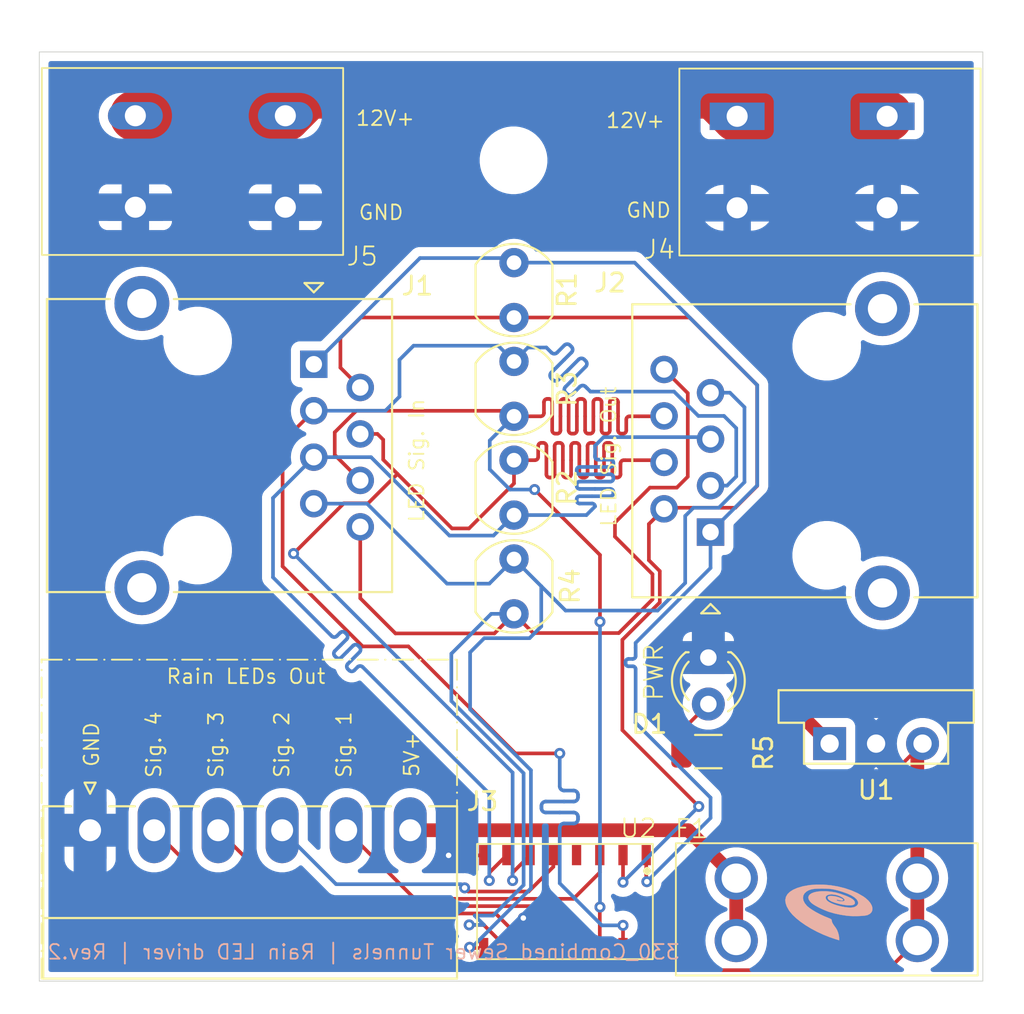
<source format=kicad_pcb>
(kicad_pcb (version 20240108) (generator "pcbnew") (generator_version "8.0")
  (layers (0 "F.Cu" signal) (31 "B.Cu" signal) (34 "B.Paste" user) (35 "F.Paste" user) (36 "B.SilkS" user "B.Silkscreen") (37 "F.SilkS" user "F.Silkscreen") (38 "B.Mask" user) (39 "F.Mask" user) (44 "Edge.Cuts" user))
  (net 0 "")
  (net 1 "+12V")
  (net 2 "GND")
  (net 3 "+5V")
  (net 4 "/Br-")
  (net 5 "/Br+")
  (net 6 "/G-")
  (net 7 "/G+")
  (net 8 "/O+")
  (net 9 "/O-")
  (net 10 "/Bl-")
  (net 11 "/Bl+")
  (net 13 "Net-(J3-Pin_2)")
  (net 14 "Net-(J3-Pin_4)")
  (net 15 "Net-(J3-Pin_5)")
  (net 16 "Net-(J3-Pin_3)")
  (net 17 "Net-(D1-A)")
  (net 18 "Net-(J3-Pin_6)")
  (footprint "SMM:DS26C31TMX" (layer "F.Cu") (at 156.33 109.39 -90)
    (property "Reference" "U2")
    (property "Value" "~" (hide yes))
  )
  (footprint "Connector_RJ:RJ45_Ninigi_GE" (layer "F.Cu") (at 159.845 91.73 90)
    (property "Reference" "J2")
    (property "Value" "RJ45")
  )
  (footprint "Converter_DCDC:Converter_DCDC_Murata_OKI-78SR_Vertical" (layer "F.Cu") (at 166.355 103.295)
    (property "Reference" "U1")
    (property "Value" "OKI-78SR")
  )
  (footprint "SMM:TerminalBlock_Wago_2x1_2604_1102" (layer "F.Cu") (at 169.5 69 -90)
    (property "Reference" "J4")
    (property "Value" "Screw_Terminal_01x02")
  )
  (footprint "OptoDevice:R_LDR_5.0x4.1mm_P3mm_Vertical" (layer "F.Cu") (at 149.1 77 -90)
    (property "Reference" "R1")
    (property "Value" "120")
  )
  (footprint "LED_THT:LED_D3.0mm" (layer "F.Cu") (at 159.725 98.59 -90)
    (property "Reference" "D1")
    (property "Value" "LED")
  )
  (footprint "MountingHole:MountingHole_3.2mm_M3" (layer "F.Cu") (at 149.075 71.405)
    (property "Reference" "REF**" (hide yes))
    (property "Value" "MountingHole_3.2mm_M3")
  )
  (footprint "MountingHole:MountingHole_3.2mm_M3" (layer "F.Cu") (at 149.2 101.03)
    (property "Reference" "REF**" (hide yes))
    (property "Value" "MountingHole_3.2mm_M3")
  )
  (footprint "OptoDevice:R_LDR_5.0x4.1mm_P3mm_Vertical" (layer "F.Cu") (at 149.1 96.2 90)
    (property "Reference" "R4")
    (property "Value" "120")
  )
  (footprint "SMM:TerminalBlock_Wago_2x1_2604_1102" (layer "F.Cu") (at 128.4 73.97 90)
    (property "Reference" "J5")
    (property "Value" "Screw_Terminal_01x02")
  )
  (footprint "OptoDevice:R_LDR_5.0x4.1mm_P3mm_Vertical" (layer "F.Cu") (at 149.1 82.4 -90)
    (property "Reference" "R3")
    (property "Value" "120")
  )
  (footprint "SMM:Mini Fuse Holder" (layer "F.Cu") (at 174.2 108.99 180)
    (property "Reference" "F1")
    (property "Value" "Fuse")
  )
  (footprint "Connector_Phoenix_MC:PhoenixContact_MC_1,5_6-G-3.5_1x06_P3.50mm_Horizontal" (layer "F.Cu") (at 125.925 108.03)
    (property "Reference" "J3")
    (property "Value" "Conn_01x06_MountingPin")
  )
  (footprint "SMM:smm-spiral-05mm-Back" (layer "F.Cu") (at 166.4 111.93)
    (property "Reference" "REF**" (hide yes))
    (property "Value" "smm-spiral-05mm-Back")
  )
  (footprint "Resistor_SMD:R_1206_3216Metric" (layer "F.Cu") (at 159.725 103.73 180)
    (property "Reference" "R5")
    (property "Value" "120")
  )
  (footprint "OptoDevice:R_LDR_5.0x4.1mm_P3mm_Vertical" (layer "F.Cu") (at 149.1 87.8 -90)
    (property "Reference" "R2")
    (property "Value" "120")
  )
  (footprint "Connector_RJ:RJ45_Ninigi_GE" (layer "F.Cu") (at 138.155 82.555 -90)
    (property "Reference" "J1")
    (property "Value" "RJ45")
  )
  (gr_rect (start 123.275 98.705) (end 145.985 116.14) (stroke (width 0.1) (type dash_dot)) (fill none) (layer "F.SilkS"))
  (gr_rect (start 123.15 65.48) (end 174.73 116.28) (stroke (width 0.05)) (fill none) (layer "Edge.Cuts"))
  (gr_text "330_Combined Sewer Tunnels | Rain LED driver | Rev.2" (at 140.875 115.155 0) (layer "B.SilkS") (effects (font (size 0.8 0.8) (thickness 0.1)) (justify bottom mirror)))
  (gr_text "Sig. 3" (at 133.275 105.23 90) (layer "F.SilkS") (effects (font (size 0.8 0.8) (thickness 0.1)) (justify left bottom)))
  (gr_text "GND" (at 140.55 74.725 0) (layer "F.SilkS") (effects (font (size 0.8 0.8) (thickness 0.1)) (justify left bottom)))
  (gr_text "Sig. 2" (at 136.875 105.23 90) (layer "F.SilkS") (effects (font (size 0.8 0.8) (thickness 0.1)) (justify left bottom)))
  (gr_text "PWR" (at 157.325 101.03 90) (layer "F.SilkS") (effects (font (size 1 1) (thickness 0.1)) (justify left bottom)))
  (gr_text "12V+" (at 154.075 69.7 0) (layer "F.SilkS") (effects (font (size 0.8 0.8) (thickness 0.1)) (justify left bottom)))
  (gr_text "GND" (at 126.475 104.63 90) (layer "F.SilkS") (effects (font (size 0.8 0.8) (thickness 0.1)) (justify left bottom)))
  (gr_text "12V+" (at 140.4 69.575 0) (layer "F.SilkS") (effects (font (size 0.8 0.8) (thickness 0.1)) (justify left bottom)))
  (gr_text "Sig. 1" (at 140.275 105.23 90) (layer "F.SilkS") (effects (font (size 0.8 0.8) (thickness 0.1)) (justify left bottom)))
  (gr_text "." (at 155.825 110.53 0) (layer "F.SilkS") (effects (font (size 1.5 1.5) (thickness 0.3) (bold yes)) (justify left bottom)))
  (gr_text "Sig. 4" (at 129.875 105.23 90) (layer "F.SilkS") (effects (font (size 0.8 0.8) (thickness 0.1)) (justify left bottom)))
  (gr_text "LED Sig. In" (at 144.25 91.25 90) (layer "F.SilkS") (effects (font (size 0.8 0.8) (thickness 0.1)) (justify left bottom)))
  (gr_text "GND" (at 155.175 74.605 0) (layer "F.SilkS") (effects (font (size 0.8 0.8) (thickness 0.1)) (justify left bottom)))
  (gr_text "LED Sig. Out" (at 154.75 91.5 90) (layer "F.SilkS") (effects (font (size 0.8 0.8) (thickness 0.1)) (justify left bottom)))
  (gr_text "Rain LEDs Out" (at 134.4435 100.0865 0) (layer "F.SilkS") (effects (font (size 0.8 0.8) (thickness 0.1)) (justify bottom)))
  (gr_text "5V+" (at 143.975 105.18 90) (layer "F.SilkS") (effects (font (size 0.8 0.8) (thickness 0.1)) (justify left bottom)))
  (segment (start 136.6 68.97) (end 137.84 67.73) (width 2.794) (layer "F.Cu") (net 1))
  (segment (start 128.4 68.97) (end 136.6 68.97) (width 2.794) (layer "F.Cu") (net 1))
  (segment (start 163.575 74.925) (end 169.5 69) (width 0.75) (layer "F.Cu") (net 1))
  (segment (start 137.84 67.73) (end 160.03 67.73) (width 2.794) (layer "F.Cu") (net 1))
  (segment (start 166.355 103.295) (end 163.575 100.515) (width 0.75) (layer "F.Cu") (net 1))
  (segment (start 161.3 69) (end 169.5 69) (width 2.794) (layer "F.Cu") (net 1))
  (segment (start 160.03 67.73) (end 161.3 69) (width 2.794) (layer "F.Cu") (net 1))
  (segment (start 163.575 100.515) (end 163.575 74.925) (width 0.75) (layer "F.Cu") (net 1))
  (segment (start 147.425 109.405) (end 147.44 109.39) (width 0.2) (layer "F.Cu") (net 2))
  (segment (start 145.525 109.405) (end 147.425 109.405) (width 0.2) (layer "F.Cu") (net 2))
  (segment (start 149.61 112.83) (end 151.25 114.47) (width 0.2) (layer "F.Cu") (net 2))
  (via (at 145.525 109.405) (size 0.6) (drill 0.3) (layers "F.Cu" "B.Cu") (net 2))
  (via (at 149.61 112.83) (size 0.6) (drill 0.3) (layers "F.Cu" "B.Cu") (net 2))
  (segment (start 169.775 104.955) (end 171.435 103.295) (width 0.2) (layer "F.Cu") (net 3))
  (segment (start 169.53 115.68) (end 171.15 114.06) (width 0.2) (layer "F.Cu") (net 3))
  (segment (start 156.33 114.47) (end 157.54 115.68) (width 0.2) (layer "F.Cu") (net 3))
  (segment (start 162.4125 104.955) (end 169.775 104.955) (width 0.2) (layer "F.Cu") (net 3))
  (segment (start 171.15 114.06) (end 171.15 110.65) (width 0.75) (layer "F.Cu") (net 3))
  (segment (start 171.15 103.58) (end 171.435 103.295) (width 0.75) (layer "F.Cu") (net 3))
  (segment (start 157.54 115.68) (end 169.53 115.68) (width 0.2) (layer "F.Cu") (net 3))
  (segment (start 161.1875 103.73) (end 162.4125 104.955) (width 0.2) (layer "F.Cu") (net 3))
  (segment (start 171.15 110.65) (end 171.15 103.58) (width 0.75) (layer "F.Cu") (net 3))
  (segment (start 146.715 114.47) (end 147.44 114.47) (width 0.2) (layer "F.Cu") (net 4))
  (segment (start 146.675 114.43) (end 146.715 114.47) (width 0.2) (layer "F.Cu") (net 4))
  (via (at 146.675 114.43) (size 0.6) (drill 0.3) (layers "F.Cu" "B.Cu") (net 4))
  (segment (start 161.7 84.90434) (end 160.90566 84.11) (width 0.2) (layer "B.Cu") (net 4))
  (segment (start 156.95 96.02) (end 158.46 94.51) (width 0.2) (layer "B.Cu") (net 4))
  (segment (start 158.91 90.4) (end 160.3 90.4) (width 0.2) (layer "B.Cu") (net 4))
  (segment (start 150.59 96.89) (end 150.59 94.69) (width 0.2) (layer "B.Cu") (net 4))
  (segment (start 138.155 90.175) (end 141.065 90.175) (width 0.2) (layer "B.Cu") (net 4))
  (segment (start 149.1 93.2) (end 150.59 94.69) (width 0.2) (layer "B.Cu") (net 4))
  (segment (start 160.3 90.4) (end 161.7 89) (width 0.2) (layer "B.Cu") (net 4))
  (segment (start 146.8 114.43) (end 150.025 111.205) (width 0.2) (layer "B.Cu") (net 4))
  (segment (start 160.90566 84.11) (end 159.845 84.11) (width 0.2) (layer "B.Cu") (net 4))
  (segment (start 158.46 94.51) (end 158.46 90.85) (width 0.2) (layer "B.Cu") (net 4))
  (segment (start 150.59 94.69) (end 151.92 96.02) (width 0.2) (layer "B.Cu") (net 4))
  (segment (start 150.025 111.205) (end 150.025 104.748628) (width 0.2) (layer "B.Cu") (net 4))
  (segment (start 147.475 97.53) (end 149.95 97.53) (width 0.2) (layer "B.Cu") (net 4))
  (segment (start 158.46 90.85) (end 158.91 90.4) (width 0.2) (layer "B.Cu") (net 4))
  (segment (start 161.7 89) (end 161.7 84.90434) (width 0.2) (layer "B.Cu") (net 4))
  (segment (start 141.065 90.175) (end 145.44 94.55) (width 0.2) (layer "B.Cu") (net 4))
  (segment (start 146.7 101.423628) (end 146.7 98.305) (width 0.2) (layer "B.Cu") (net 4))
  (segment (start 145.44 94.55) (end 147.75 94.55) (width 0.2) (layer "B.Cu") (net 4))
  (segment (start 151.92 96.02) (end 156.95 96.02) (width 0.2) (layer "B.Cu") (net 4))
  (segment (start 149.95 97.53) (end 150.59 96.89) (width 0.2) (layer "B.Cu") (net 4))
  (segment (start 146.7 98.305) (end 147.475 97.53) (width 0.2) (layer "B.Cu") (net 4))
  (segment (start 150.025 104.748628) (end 146.7 101.423628) (width 0.2) (layer "B.Cu") (net 4))
  (segment (start 146.675 114.43) (end 146.8 114.43) (width 0.2) (layer "B.Cu") (net 4))
  (segment (start 147.75 94.55) (end 149.1 93.2) (width 0.2) (layer "B.Cu") (net 4))
  (segment (start 140.695 91.445) (end 140.695 95.345) (width 0.2) (layer "F.Cu") (net 5))
  (segment (start 150.15 97.25) (end 149.1 96.2) (width 0.2) (layer "F.Cu") (net 5))
  (segment (start 158.6 84.135) (end 158.6 88.7) (width 0.2) (layer "F.Cu") (net 5))
  (segment (start 140.695 95.345) (end 142.62 97.27) (width 0.2) (layer "F.Cu") (net 5))
  (segment (start 156.67 95.41) (end 154.83 97.25) (width 0.2) (layer "F.Cu") (net 5))
  (segment (start 148.71 114.47) (end 147.445 113.205) (width 0.2) (layer "F.Cu") (net 5))
  (segment (start 142.62 97.27) (end 148.03 97.27) (width 0.2) (layer "F.Cu") (net 5))
  (segment (start 158 89.3) (end 156.53 89.3) (width 0.2) (layer "F.Cu") (net 5))
  (segment (start 157.305 82.84) (end 158.6 84.135) (width 0.2) (layer "F.Cu") (net 5))
  (segment (start 148.03 97.27) (end 149.1 96.2) (width 0.2) (layer "F.Cu") (net 5))
  (segment (start 156.67 94.03) (end 156.67 95.41) (width 0.2) (layer "F.Cu") (net 5))
  (segment (start 156.53 89.3) (end 154.62 91.21) (width 0.2) (layer "F.Cu") (net 5))
  (segment (start 147.445 113.205) (end 146.65 113.205) (width 0.2) (layer "F.Cu") (net 5))
  (segment (start 154.83 97.25) (end 150.15 97.25) (width 0.2) (layer "F.Cu") (net 5))
  (segment (start 158.6 88.7) (end 158 89.3) (width 0.2) (layer "F.Cu") (net 5))
  (segment (start 154.62 91.98) (end 156.67 94.03) (width 0.2) (layer "F.Cu") (net 5))
  (segment (start 154.62 91.21) (end 154.62 91.98) (width 0.2) (layer "F.Cu") (net 5))
  (via (at 146.65 113.205) (size 0.6) (drill 0.3) (layers "F.Cu" "B.Cu") (net 5))
  (segment (start 145.675 100.964314) (end 145.675 98.38) (width 0.2) (layer "B.Cu") (net 5))
  (segment (start 146.95 112.695686) (end 147.957843 112.695686) (width 0.2) (layer "B.Cu") (net 5))
  (segment (start 149.625 111.028529) (end 149.625 104.914314) (width 0.2) (layer "B.Cu") (net 5))
  (segment (start 149.625 104.914314) (end 145.675 100.964314) (width 0.2) (layer "B.Cu") (net 5))
  (segment (start 147.957843 112.695686) (end 149.625 111.028529) (width 0.2) (layer "B.Cu") (net 5))
  (segment (start 147.459314 113.205) (end 146.95 112.695686) (width 0.2) (layer "B.Cu") (net 5))
  (segment (start 146.65 113.205) (end 147.459314 113.205) (width 0.2) (layer "B.Cu") (net 5))
  (segment (start 147.855 96.2) (end 149.1 96.2) (width 0.2) (layer "B.Cu") (net 5))
  (segment (start 145.675 98.38) (end 147.855 96.2) (width 0.2) (layer "B.Cu") (net 5))
  (segment (start 156.3625 110.8425) (end 156.33 110.81) (width 0.2) (layer "F.Cu") (net 6))
  (segment (start 156.33 110.81) (end 156.33 109.39) (width 0.2) (layer "F.Cu") (net 6))
  (via (at 156.3625 110.8425) (size 0.6) (drill 0.3) (layers "F.Cu" "B.Cu") (net 6))
  (segment (start 162.4 89.175) (end 159.845 91.73) (width 0.2) (layer "B.Cu") (net 6))
  (segment (start 155.59 99.065681) (end 155.36 99.065681) (width 0.2) (layer "B.Cu") (net 6))
  (segment (start 159.845 107.36) (end 159.845 106.25) (width 0.2) (layer "B.Cu") (net 6))
  (segment (start 155.36 98.665681) (end 155.59 98.665681) (width 0.2) (layer "B.Cu") (net 6))
  (segment (start 155.75 98.505681) (end 155.75 98.425681) (width 0.2) (layer "B.Cu") (net 6))
  (segment (start 155.75 98.425681) (end 155.75 98.047603) (width 0.2) (layer "B.Cu") (net 6))
  (segment (start 159.845 93.690685) (end 159.845 91.73) (width 0.2) (layer "B.Cu") (net 6))
  (segment (start 155.2 98.905681) (end 155.2 98.825681) (width 0.2) (layer "B.Cu") (net 6))
  (segment (start 149.1 77) (end 155.7 77) (width 0.2) (layer "B.Cu") (net 6))
  (segment (start 162.4 83.7) (end 162.4 89.175) (width 0.2) (layer "B.Cu") (net 6))
  (segment (start 149.1 77) (end 148.85 76.75) (width 0.2) (layer "B.Cu") (net 6))
  (segment (start 155.75 102.155) (end 155.75 99.225681) (width 0.2) (layer "B.Cu") (net 6))
  (segment (start 159.845 106.25) (end 155.75 102.155) (width 0.2) (layer "B.Cu") (net 6))
  (segment (start 155.75 98.047603) (end 155.75 97.785685) (width 0.2) (layer "B.Cu") (net 6))
  (segment (start 156.3625 110.8425) (end 159.845 107.36) (width 0.2) (layer "B.Cu") (net 6))
  (segment (start 148.85 76.75) (end 143.96 76.75) (width 0.2) (layer "B.Cu") (net 6))
  (segment (start 155.75 97.785685) (end 159.845 93.690685) (width 0.2) (layer "B.Cu") (net 6))
  (segment (start 143.96 76.75) (end 138.155 82.555) (width 0.2) (layer "B.Cu") (net 6))
  (segment (start 155.7 77) (end 162.4 83.7) (width 0.2) (layer "B.Cu") (net 6))
  (arc (start 155.59 98.665681) (mid 155.703137 98.618818) (end 155.75 98.505681) (width 0.2) (layer "B.Cu") (net 6))
  (arc (start 155.75 99.225681) (mid 155.703137 99.112544) (end 155.59 99.065681) (width 0.2) (layer "B.Cu") (net 6))
  (arc (start 155.2 98.825681) (mid 155.246863 98.712544) (end 155.36 98.665681) (width 0.2) (layer "B.Cu") (net 6))
  (arc (start 155.36 99.065681) (mid 155.246863 99.018818) (end 155.2 98.905681) (width 0.2) (layer "B.Cu") (net 6))
  (segment (start 159.2 106.73) (end 155.025 102.555) (width 0.2) (layer "F.Cu") (net 7))
  (segment (start 157.07 93.864314) (end 156.475 93.269314) (width 0.2) (layer "F.Cu") (net 7))
  (segment (start 140.72 80) (end 139.61 81.11) (width 0.2) (layer "F.Cu") (net 7))
  (segment (start 156.475 91.29) (end 157.305 90.46) (width 0.2) (layer "F.Cu") (net 7))
  (segment (start 155.025 97.620686) (end 157.07 95.575686) (width 0.2) (layer "F.Cu") (net 7))
  (segment (start 157.07 95.575686) (end 157.07 93.864314) (width 0.2) (layer "F.Cu") (net 7))
  (segment (start 139.61 81.11) (end 139.61 82.74) (width 0.2) (layer "F.Cu") (net 7))
  (segment (start 158.7 80) (end 162.39 83.69) (width 0.2) (layer "F.Cu") (net 7))
  (segment (start 155.025 102.555) (end 155.025 97.620686) (width 0.2) (layer "F.Cu") (net 7))
  (segment (start 149.1 80) (end 140.72 80) (width 0.2) (layer "F.Cu") (net 7))
  (segment (start 155.06 110.87) (end 155.06 109.39) (width 0.2) (layer "F.Cu") (net 7))
  (segment (start 162.39 89.21) (end 161.2 90.4) (width 0.2) (layer "F.Cu") (net 7))
  (segment (start 161.2 90.4) (end 157.365 90.4) (width 0.2) (layer "F.Cu") (net 7))
  (segment (start 149.1 80) (end 158.7 80) (width 0.2) (layer "F.Cu") (net 7))
  (segment (start 157.365 90.4) (end 157.305 90.46) (width 0.2) (layer "F.Cu") (net 7))
  (segment (start 156.475 93.269314) (end 156.475 91.29) (width 0.2) (layer "F.Cu") (net 7))
  (segment (start 162.39 83.69) (end 162.39 89.21) (width 0.2) (layer "F.Cu") (net 7))
  (segment (start 139.61 82.74) (end 140.695 83.825) (width 0.2) (layer "F.Cu") (net 7))
  (via (at 155.06 110.87) (size 0.6) (drill 0.3) (layers "F.Cu" "B.Cu") (net 7))
  (via (at 159.2 106.73) (size 0.6) (drill 0.3) (layers "F.Cu" "B.Cu") (net 7))
  (segment (start 159.2 106.73) (end 155.06 110.87) (width 0.2) (layer "B.Cu") (net 7))
  (segment (start 154.787838 84.63) (end 154.787838 85.4) (width 0.2) (layer "F.Cu") (net 8))
  (segment (start 151.367838 86.35) (end 151.457838 86.35) (width 0.2) (layer "F.Cu") (net 8))
  (segment (start 151.187838 85.22) (end 151.187838 86.17) (width 0.2) (layer "F.Cu") (net 8))
  (segment (start 151.187838 84.63) (end 151.187838 85.22) (width 0.2) (layer "F.Cu") (net 8))
  (segment (start 157.285 85.4) (end 157.305 85.38) (width 0.2) (layer "F.Cu") (net 8))
  (segment (start 155.237838 86.17) (end 155.237838 85.58) (width 0.2) (layer "F.Cu") (net 8))
  (segment (start 154.337838 86.17) (end 154.337838 85.4) (width 0.2) (layer "F.Cu") (net 8))
  (segment (start 153.8 112.23) (end 153.79 112.24) (width 0.2) (layer "F.Cu") (net 8))
  (segment (start 155.417838 85.4) (end 155.507838 85.4) (width 0.2) (layer "F.Cu") (net 8))
  (segment (start 155.507838 85.4) (end 155.932054 85.4) (width 0.2) (layer "F.Cu") (net 8))
  (segment (start 153.79 112.24) (end 153.79 114.47) (width 0.2) (layer "F.Cu") (net 8))
  (segment (start 150.917838 84.45) (end 151.007838 84.45) (width 0.2) (layer "F.Cu") (net 8))
  (segment (start 150.737838 85.22) (end 150.737838 84.63) (width 0.2) (layer "F.Cu") (net 8))
  (segment (start 154.967838 86.35) (end 155.057838 86.35) (width 0.2) (layer "F.Cu") (net 8))
  (segment (start 152.537838 85.4) (end 152.537838 84.63) (width 0.2) (layer "F.Cu") (net 8))
  (segment (start 152.537838 86.17) (end 152.537838 85.4) (width 0.2) (layer "F.Cu") (net 8))
  (segment (start 148.8 85.1) (end 149.1 85.4) (width 0.2) (layer "F.Cu") (net 8))
  (segment (start 155.932054 85.4) (end 157.285 85.4) (width 0.2) (layer "F.Cu") (net 8))
  (segment (start 140.475075 85.1) (end 148.8 85.1) (width 0.2) (layer "F.Cu") (net 8))
  (segment (start 154.067838 86.35) (end 154.157838 86.35) (width 0.2) (layer "F.Cu") (net 8))
  (segment (start 149.1 85.4) (end 150.557838 85.4) (width 0.2) (layer "F.Cu") (net 8))
  (segment (start 154.787838 85.4) (end 154.787838 86.17) (width 0.2) (layer "F.Cu") (net 8))
  (segment (start 140.695 88.905) (end 139.3 87.51) (width 0.2) (layer "F.Cu") (net 8))
  (segment (start 153.887838 84.63) (end 153.887838 85.4) (width 0.2) (layer "F.Cu") (net 8))
  (segment (start 153.8 96.63) (end 153.8 92.98) (width 0.2) (layer "F.Cu") (net 8))
  (segment (start 152.267838 86.35) (end 152.357838 86.35) (width 0.2) (layer "F.Cu") (net 8))
  (segment (start 154.337838 85.4) (end 154.337838 84.63) (width 0.2) (layer "F.Cu") (net 8))
  (segment (start 153.167838 86.35) (end 153.257838 86.35) (width 0.2) (layer "F.Cu") (net 8))
  (segment (start 151.637838 86.17) (end 151.637838 85.4) (width 0.2) (layer "F.Cu") (net 8))
  (segment (start 152.987838 85.4) (end 152.987838 86.17) (width 0.2) (layer "F.Cu") (net 8))
  (segment (start 152.087838 85.4) (end 152.087838 86.17) (width 0.2) (layer "F.Cu") (net 8))
  (segment (start 139.3 87.51) (end 139.3 86.275075) (width 0.2) (layer "F.Cu") (net 8))
  (segment (start 153.8 92.98) (end 150.225 89.405) (width 0.2) (layer "F.Cu") (net 8))
  (segment (start 139.3 86.275075) (end 140.475075 85.1) (width 0.2) (layer "F.Cu") (net 8))
  (segment (start 152.717838 84.45) (end 152.807838 84.45) (width 0.2) (layer "F.Cu") (net 8))
  (segment (start 151.817838 84.45) (end 151.907838 84.45) (width 0.2) (layer "F.Cu") (net 8))
  (segment (start 152.987838 84.63) (end 152.987838 85.4) (width 0.2) (layer "F.Cu") (net 8))
  (segment (start 153.887838 85.4) (end 153.887838 86.17) (width 0.2) (layer "F.Cu") (net 8))
  (segment (start 153.437838 85.4) (end 153.437838 84.63) (width 0.2) (layer "F.Cu") (net 8))
  (segment (start 154.517838 84.45) (end 154.607838 84.45) (width 0.2) (layer "F.Cu") (net 8))
  (segment (start 140.695 88.905) (end 140.99 89.2) (width 0.2) (layer "F.Cu") (net 8))
  (segment (start 153.617838 84.45) (end 153.707838 84.45) (width 0.2) (layer "F.Cu") (net 8))
  (segment (start 153.437838 86.17) (end 153.437838 85.4) (width 0.2) (layer "F.Cu") (net 8))
  (segment (start 152.087838 84.63) (end 152.087838 85.4) (width 0.2) (layer "F.Cu") (net 8))
  (segment (start 151.637838 85.4) (end 151.637838 84.63) (width 0.2) (layer "F.Cu") (net 8))
  (via (at 153.8 96.63) (size 0.6) (drill 0.3) (layers "F.Cu" "B.Cu") (net 8))
  (via (at 150.225 89.405) (size 0.6) (drill 0.3) (layers "F.Cu" "B.Cu") (net 8))
  (via (at 153.8 112.23) (size 0.6) (drill 0.3) (layers "F.Cu" "B.Cu") (net 8))
  (arc (start 152.987838 86.17) (mid 153.040559 86.297279) (end 153.167838 86.35) (width 0.2) (layer "F.Cu") (net 8))
  (arc (start 150.737838 84.63) (mid 150.790559 84.502721) (end 150.917838 84.45) (width 0.2) (layer "F.Cu") (net 8))
  (arc (start 153.437838 84.63) (mid 153.490559 84.502721) (end 153.617838 84.45) (width 0.2) (layer "F.Cu") (net 8))
  (arc (start 153.707838 84.45) (mid 153.835117 84.502721) (end 153.887838 84.63) (width 0.2) (layer "F.Cu") (net 8))
  (arc (start 154.337838 84.63) (mid 154.390559 84.502721) (end 154.517838 84.45) (width 0.2) (layer "F.Cu") (net 8))
  (arc (start 155.237838 85.58) (mid 155.290559 85.452721) (end 155.417838 85.4) (width 0.2) (layer "F.Cu") (net 8))
  (arc (start 151.187838 86.17) (mid 151.240559 86.297279) (end 151.367838 86.35) (width 0.2) (layer "F.Cu") (net 8))
  (arc (start 151.457838 86.35) (mid 151.585117 86.297279) (end 151.637838 86.17) (width 0.2) (layer "F.Cu") (net 8))
  (arc (start 155.057838 86.35) (mid 155.185117 86.297279) (end 155.237838 86.17) (width 0.2) (layer "F.Cu") (net 8))
  (arc (start 152.537838 84.63) (mid 152.590559 84.502721) (end 152.717838 84.45) (width 0.2) (layer "F.Cu") (net 8))
  (arc (start 151.907838 84.45) (mid 152.035117 84.502721) (end 152.087838 84.63) (width 0.2) (layer "F.Cu") (net 8))
  (arc (start 151.637838 84.63) (mid 151.690559 84.502721) (end 151.817838 84.45) (width 0.2) (layer "F.Cu") (net 8))
  (arc (start 150.557838 85.4) (mid 150.685117 85.347279) (end 150.737838 85.22) (width 0.2) (layer "F.Cu") (net 8))
  (arc (start 153.887838 86.17) (mid 153.940559 86.297279) (end 154.067838 86.35) (width 0.2) (layer "F.Cu") (net 8))
  (arc (start 153.257838 86.35) (mid 153.385117 86.297279) (end 153.437838 86.17) (width 0.2) (layer "F.Cu") (net 8))
  (arc (start 154.607838 84.45) (mid 154.735117 84.502721) (end 154.787838 84.63) (width 0.2) (layer "F.Cu") (net 8))
  (arc (start 152.087838 86.17) (mid 152.140559 86.297279) (end 152.267838 86.35) (width 0.2) (layer "F.Cu") (net 8))
  (arc (start 154.787838 86.17) (mid 154.840559 86.297279) (end 154.967838 86.35) (width 0.2) (layer "F.Cu") (net 8))
  (arc (start 152.807838 84.45) (mid 152.935117 84.502721) (end 152.987838 84.63) (width 0.2) (layer "F.Cu") (net 8))
  (arc (start 151.007838 84.45) (mid 151.135117 84.502721) (end 151.187838 84.63) (width 0.2) (layer "F.Cu") (net 8))
  (arc (start 154.157838 86.35) (mid 154.285117 86.297279) (end 154.337838 86.17) (width 0.2) (layer "F.Cu") (net 8))
  (arc (start 152.357838 86.35) (mid 152.485117 86.297279) (end 152.537838 86.17) (width 0.2) (layer "F.Cu") (net 8))
  (segment (start 148.875 89.405) (end 147.775 88.305) (width 0.2) (layer "B.Cu") (net 8))
  (segment (start 153.8 112.23) (end 153.8 96.63) (width 0.2) (layer "B.Cu") (net 8))
  (segment (start 150.225 89.405) (end 148.875 89.405) (width 0.2) (layer "B.Cu") (net 8))
  (segment (start 147.775 88.305) (end 147.775 86.725) (width 0.2) (layer "B.Cu") (net 8))
  (segment (start 147.775 86.725) (end 149.1 85.4) (width 0.2) (layer "B.Cu") (net 8))
  (segment (start 153.8 96.63) (end 153.8 96.655) (width 0.2) (layer "B.Cu") (net 8))
  (segment (start 136.45 93.605) (end 136.45 86.8) (width 0.2) (layer "F.Cu") (net 9))
  (segment (start 149.175 103.83) (end 143.325 97.98) (width 0.2) (layer "F.Cu") (net 9))
  (segment (start 136.45 86.8) (end 138.155 85.095) (width 0.2) (layer "F.Cu") (net 9))
  (segment (start 143.325 97.98) (end 140.825 97.98) (width 0.2) (layer "F.Cu") (net 9))
  (segment (start 155.06 113.23) (end 155.06 114.47) (width 0.2) (layer "F.Cu") (net 9))
  (segment (start 151.6 103.83) (end 149.175 103.83) (width 0.2) (layer "F.Cu") (net 9))
  (segment (start 140.825 97.98) (end 136.45 93.605) (width 0.2) (layer "F.Cu") (net 9))
  (via (at 155.06 113.23) (size 0.6) (drill 0.3) (layers "F.Cu" "B.Cu") (net 9))
  (via (at 151.6 103.83) (size 0.6) (drill 0.3) (layers "F.Cu" "B.Cu") (net 9))
  (segment (start 153.416463 84.05) (end 157.85 84.05) (width 0.2) (layer "B.Cu") (net 9))
  (segment (start 151.6 107.060612) (end 152.36 107.060612) (width 0.2) (layer "B.Cu") (net 9))
  (segment (start 161.25 86.05) (end 161.25 88.69) (width 0.2) (layer "B.Cu") (net 9))
  (segment (start 143.61 81.54) (end 142.84 82.31) (width 0.2) (layer "B.Cu") (net 9))
  (segment (start 152.078795 82.848795) (end 152.630337 82.29725) (width 0.2) (layer "B.Cu") (net 9))
  (segment (start 149.1 82.4) (end 149.86 81.64) (width 0.2) (layer "B.Cu") (net 9))
  (segment (start 150.6 106.700612) (end 150.6 106.820612) (width 0.2) (layer "B.Cu") (net 9))
  (segment (start 149.86 81.64) (end 150.87 81.64) (width 0.2) (layer "B.Cu") (net 9))
  (segment (start 151.6 107.900612) (end 151.6 108.020612) (width 0.2) (layer "B.Cu") (net 9))
  (segment (start 151.138344 83.322558) (end 151.216125 83.400339) (width 0.2) (layer "B.Cu") (net 9))
  (segment (start 160.75 89.19) (end 159.845 89.19) (width 0.2) (layer "B.Cu") (net 9))
  (segment (start 152.36 107.660612) (end 151.84 107.660612) (width 0.2) (layer "B.Cu") (net 9))
  (segment (start 152.36 106.460612) (end 151.84 106.460612) (width 0.2) (layer "B.Cu") (net 9))
  (segment (start 153.089955 83.859955) (end 153.28 84.05) (width 0.2) (layer "B.Cu") (net 9))
  (segment (start 151.916158 84.100372) (end 151.993939 84.178153) (width 0.2) (layer "B.Cu") (net 9))
  (segment (start 153.019247 82.68616) (end 152.467702 83.237702) (width 0.2) (layer "B.Cu") (net 9))
  (segment (start 151.6 110.93) (end 153.9 113.23) (width 0.2) (layer "B.Cu") (net 9))
  (segment (start 159.18 85.38) (end 160.58 85.38) (width 0.2) (layer "B.Cu") (net 9))
  (segment (start 152.467702 83.237702) (end 151.916158 83.789245) (width 0.2) (layer "B.Cu") (net 9))
  (segment (start 160.58 85.38) (end 161.25 86.05) (width 0.2) (layer "B.Cu") (net 9))
  (segment (start 151.6 103.83) (end 151.6 105.620612) (width 0.2) (layer "B.Cu") (net 9))
  (segment (start 151.84 106.460612) (end 150.84 106.460612) (width 0.2) (layer "B.Cu") (net 9))
  (segment (start 161.25 88.69) (end 160.75 89.19) (width 0.2) (layer "B.Cu") (net 9))
  (segment (start 152.16365 81.519438) (end 152.241431 81.597219) (width 0.2) (layer "B.Cu") (net 9))
  (segment (start 151.6 108.020612) (end 151.6 108.569305) (width 0.2) (layer "B.Cu") (net 9))
  (segment (start 152.241432 81.908347) (end 151.845451 82.304325) (width 0.2) (layer "B.Cu") (net 9))
  (segment (start 151.456544 81.915418) (end 151.852524 81.519439) (width 0.2) (layer "B.Cu") (net 9))
  (segment (start 148.24 81.54) (end 143.61 81.54) (width 0.2) (layer "B.Cu") (net 9))
  (segment (start 153.012172 83.782173) (end 153.089955 83.859955) (width 0.2) (layer "B.Cu") (net 9))
  (segment (start 142.84 84.325) (end 142.07 85.095) (width 0.2) (layer "B.Cu") (net 9))
  (segment (start 150.87 81.64) (end 151.145418 81.915418) (width 0.2) (layer "B.Cu") (net 9))
  (segment (start 142.07 85.095) (end 138.155 85.095) (width 0.2) (layer "B.Cu") (net 9))
  (segment (start 153.28 84.05) (end 153.416463 84.05) (width 0.2) (layer "B.Cu") (net 9))
  (segment (start 153.9 113.23) (end 155.06 113.23) (width 0.2) (layer "B.Cu") (net 9))
  (segment (start 151.527252 83.400339) (end 152.078795 82.848795) (width 0.2) (layer "B.Cu") (net 9))
  (segment (start 152.6 107.300612) (end 152.6 107.420612) (width 0.2) (layer "B.Cu") (net 9))
  (segment (start 152.6 106.100612) (end 152.6 106.220612) (width 0.2) (layer "B.Cu") (net 9))
  (segment (start 152.941465 82.297251) (end 153.019246 82.375032) (width 0.2) (layer "B.Cu") (net 9))
  (segment (start 149.1 82.4) (end 148.24 81.54) (width 0.2) (layer "B.Cu") (net 9))
  (segment (start 138.155 85.095) (end 138.16 85.1) (width 0.2) (layer "B.Cu") (net 9))
  (segment (start 142.84 82.31) (end 142.84 84.325) (width 0.2) (layer "B.Cu") (net 9))
  (segment (start 151.845451 82.304325) (end 151.138344 83.011431) (width 0.2) (layer "B.Cu") (net 9))
  (segment (start 151.84 105.860612) (end 152.36 105.860612) (width 0.2) (layer "B.Cu") (net 9))
  (segment (start 152.305066 84.178153) (end 152.701045 83.782173) (width 0.2) (layer "B.Cu") (net 9))
  (segment (start 151.6 108.569305) (end 151.6 110.93) (width 0.2) (layer "B.Cu") (net 9))
  (segment (start 157.85 84.05) (end 159.18 85.38) (width 0.2) (layer "B.Cu") (net 9))
  (segment (start 150.84 107.060612) (end 151.6 107.060612) (width 0.2) (layer "B.Cu") (net 9))
  (arc (start 151.852524 81.519439) (mid 152.008086 81.455002) (end 152.16365 81.519438) (width 0.2) (layer "B.Cu") (net 9))
  (arc (start 152.701045 83.782173) (mid 152.856608 83.717737) (end 153.012172 83.782173) (width 0.2) (layer "B.Cu") (net 9))
  (arc (start 151.216125 83.400339) (mid 151.371689 83.464775) (end 151.527252 83.400339) (width 0.2) (layer "B.Cu") (net 9))
  (arc (start 152.6 107.420612) (mid 152.529706 107.590318) (end 152.36 107.660612) (width 0.2) (layer "B.Cu") (net 9))
  (arc (start 151.6 105.620612) (mid 151.670294 105.790318) (end 151.84 105.860612) (width 0.2) (layer "B.Cu") (net 9))
  (arc (start 150.84 106.460612) (mid 150.670294 106.530906) (end 150.6 106.700612) (width 0.2) (layer "B.Cu") (net 9))
  (arc (start 150.6 106.820612) (mid 150.670294 106.990318) (end 150.84 107.060612) (width 0.2) (layer "B.Cu") (net 9))
  (arc (start 151.138344 83.011431) (mid 151.073908 83.166994) (end 151.138344 83.322558) (width 0.2) (layer "B.Cu") (net 9))
  (arc (start 152.241431 81.597219) (mid 152.305867 81.752783) (end 152.241432 81.908347) (width 0.2) (layer "B.Cu") (net 9))
  (arc (start 152.36 105.860612) (mid 152.529706 105.930906) (end 152.6 106.100612) (width 0.2) (layer "B.Cu") (net 9))
  (arc (start 152.36 107.060612) (mid 152.529706 107.130906) (end 152.6 107.300612) (width 0.2) (layer "B.Cu") (net 9))
  (arc (start 152.6 106.220612) (mid 152.529706 106.390318) (end 152.36 106.460612) (width 0.2) (layer "B.Cu") (net 9))
  (arc (start 151.916158 83.789245) (mid 151.851722 83.944808) (end 151.916158 84.100372) (width 0.2) (layer "B.Cu") (net 9))
  (arc (start 153.019246 82.375032) (mid 153.083682 82.530596) (end 153.019247 82.68616) (width 0.2) (layer "B.Cu") (net 9))
  (arc (start 152.630337 82.29725) (mid 152.785901 82.232815) (end 152.941465 82.297251) (width 0.2) (layer "B.Cu") (net 9))
  (arc (start 151.145418 81.915418) (mid 151.300982 81.979855) (end 151.456544 81.915418) (width 0.2) (layer "B.Cu") (net 9))
  (arc (start 151.993939 84.178153) (mid 152.149503 84.242589) (end 152.305066 84.178153) (width 0.2) (layer "B.Cu") (net 9))
  (arc (start 151.84 107.660612) (mid 151.670294 107.730906) (end 151.6 107.900612) (width 0.2) (layer "B.Cu") (net 9))
  (segment (start 147.749997 110.78) (end 147.749997 110.350003) (width 0.2) (layer "F.Cu") (net 10))
  (segment (start 147.749997 110.350003) (end 148.71 109.39) (width 0.2) (layer "F.Cu") (net 10))
  (via (at 147.749997 110.78) (size 0.6) (drill 0.3) (layers "F.Cu" "B.Cu") (net 10))
  (segment (start 153.53 89.37) (end 152.69 89.37) (width 0.2) (layer "B.Cu") (net 10))
  (segment (start 154.37 87.77) (end 153.69 87.77) (width 0.2) (layer "B.Cu") (net 10))
  (segment (start 140.016951 98.933347) (end 140.193726 98.756569) (width 0.2) (layer "B.Cu") (net 10))
  (segment (start 154.37 89.37) (end 153.53 89.37) (width 0.2) (layer "B.Cu") (net 10))
  (segment (start 140.087661 99.2869) (end 140.01695 99.216189) (width 0.2) (layer "B.Cu") (net 10))
  (segment (start 152.53 90.01) (end 152.53 89.93) (width 0.2) (layer "B.Cu") (net 10))
  (segment (start 135.925 89.865) (end 138.155 87.635) (width 0.2) (layer "B.Cu") (net 10))
  (segment (start 145.57 91.92) (end 147.98 91.92) (width 0.2) (layer "B.Cu") (net 10))
  (segment (start 153.53 87.01) (end 154 86.54) (width 0.2) (layer "B.Cu") (net 10))
  (segment (start 152.69 89.77) (end 153.37 89.77) (width 0.2) (layer "B.Cu") (net 10))
  (segment (start 138.155 87.635) (end 141.285 87.635) (width 0.2) (layer "B.Cu") (net 10))
  (segment (start 147.98 91.92) (end 149.1 90.8) (width 0.2) (layer "B.Cu") (net 10))
  (segment (start 154 86.54) (end 159.735 86.54) (width 0.2) (layer "B.Cu") (net 10))
  (segment (start 152.53 89.21) (end 152.53 89.13) (width 0.2) (layer "B.Cu") (net 10))
  (segment (start 139.38055 98.579789) (end 139.309839 98.509078) (width 0.2) (layer "B.Cu") (net 10))
  (segment (start 139.06235 97.34235) (end 138.623817 96.903817) (width 0.2) (layer "B.Cu") (net 10))
  (segment (start 140.299791 97.943395) (end 139.981592 98.261593) (width 0.2) (layer "B.Cu") (net 10))
  (segment (start 139.30984 98.226236) (end 139.628037 97.908036) (width 0.2) (layer "B.Cu") (net 10))
  (segment (start 154.37 88.57) (end 153.53 88.57) (width 0.2) (layer "B.Cu") (net 10))
  (segment (start 153.37 90.17) (end 152.69 90.17) (width 0.2) (layer "B.Cu") (net 10))
  (segment (start 149.1 90.8) (end 153.06 90.8) (width 0.2) (layer "B.Cu") (net 10))
  (segment (start 139.13306 97.41306) (end 139.06235 97.34235) (width 0.2) (layer "B.Cu") (net 10))
  (segment (start 159.735 86.54) (end 159.845 86.65) (width 0.2) (layer "B.Cu") (net 10))
  (segment (start 153.53 88.57) (end 152.69 88.57) (width 0.2) (layer "B.Cu") (net 10))
  (segment (start 139.946234 97.306995) (end 139.875523 97.236284) (width 0.2) (layer "B.Cu") (net 10))
  (segment (start 154.53 88.01) (end 154.53 87.93) (width 0.2) (layer "B.Cu") (net 10))
  (segment (start 139.981592 98.261593) (end 139.663392 98.579789) (width 0.2) (layer "B.Cu") (net 10))
  (segment (start 153.53 87.61) (end 153.53 87.53) (width 0.2) (layer "B.Cu") (net 10))
  (segment (start 140.547281 99.110124) (end 140.370505 99.286901) (width 0.2) (layer "B.Cu") (net 10))
  (segment (start 152.53 88.41) (end 152.53 88.33) (width 0.2) (layer "B.Cu") (net 10))
  (segment (start 154.53 89.61) (end 154.53 89.53) (width 0.2) (layer "B.Cu") (net 10))
  (segment (start 140.653345 98.014106) (end 140.582634 97.943395) (width 0.2) (layer "B.Cu") (net 10))
  (segment (start 153.53 88.17) (end 154.37 88.17) (width 0.2) (layer "B.Cu") (net 10))
  (segment (start 153.53 87.53) (end 153.53 87.01) (width 0.2) (layer "B.Cu") (net 10))
  (segment (start 153.06 90.8) (end 153.329517 90.530483) (width 0.2) (layer "B.Cu") (net 10))
  (segment (start 141.285 87.635) (end 145.57 91.92) (width 0.2) (layer "B.Cu") (net 10))
  (segment (start 153.53 88.97) (end 154.37 88.97) (width 0.2) (layer "B.Cu") (net 10))
  (segment (start 152.69 88.97) (end 153.53 88.97) (width 0.2) (layer "B.Cu") (net 10))
  (segment (start 139.59268 97.236284) (end 139.415903 97.41306) (width 0.2) (layer "B.Cu") (net 10))
  (segment (start 154.53 88.81) (end 154.53 88.73) (width 0.2) (layer "B.Cu") (net 10))
  (segment (start 135.925 94.205) (end 135.925 89.865) (width 0.2) (layer "B.Cu") (net 10))
  (segment (start 147.749997 106.029997) (end 140.830125 99.110125) (width 0.2) (layer "B.Cu") (net 10))
  (segment (start 152.69 88.17) (end 153.53 88.17) (width 0.2) (layer "B.Cu") (net 10))
  (segment (start 153.37 89.77) (end 154.37 89.77) (width 0.2) (layer "B.Cu") (net 10))
  (segment (start 138.623817 96.903817) (end 135.925 94.205) (width 0.2) (layer "B.Cu") (net 10))
  (segment (start 139.628037 97.908036) (end 139.946234 97.589837) (width 0.2) (layer "B.Cu") (net 10))
  (segment (start 147.749997 110.78) (end 147.749997 106.029997) (width 0.2) (layer "B.Cu") (net 10))
  (segment (start 140.193726 98.756569) (end 140.653345 98.296948) (width 0.2) (layer "B.Cu") (net 10))
  (segment (start 153.329517 90.530483) (end 153.53 90.33) (width 0.2) (layer "B.Cu") (net 10))
  (arc (start 139.663392 98.579789) (mid 139.521972 98.638368) (end 139.38055 98.579789) (width 0.2) (layer "B.Cu") (net 10))
  (arc (start 152.53 89.93) (mid 152.576863 89.816863) (end 152.69 89.77) (width 0.2) (layer "B.Cu") (net 10))
  (arc (start 154.37 88.97) (mid 154.483137 88.923137) (end 154.53 88.81) (width 0.2) (layer "B.Cu") (net 10))
  (arc (start 152.69 89.37) (mid 152.576863 89.323137) (end 152.53 89.21) (width 0.2) (layer "B.Cu") (net 10))
  (arc (start 140.370505 99.286901) (mid 140.229082 99.345479) (end 140.087661 99.2869) (width 0.2) (layer "B.Cu") (net 10))
  (arc (start 140.830125 99.110125) (mid 140.688704 99.051546) (end 140.547281 99.110124) (width 0.2) (layer "B.Cu") (net 10))
  (arc (start 139.415903 97.41306) (mid 139.274481 97.471639) (end 139.13306 97.41306) (width 0.2) (layer "B.Cu") (net 10))
  (arc (start 152.69 88.57) (mid 152.576863 88.523137) (end 152.53 88.41) (width 0.2) (layer "B.Cu") (net 10))
  (arc (start 139.309839 98.509078) (mid 139.25126 98.367657) (end 139.30984 98.226236) (width 0.2) (layer "B.Cu") (net 10))
  (arc (start 152.69 90.17) (mid 152.576863 90.123137) (end 152.53 90.01) (width 0.2) (layer "B.Cu") (net 10))
  (arc (start 140.582634 97.943395) (mid 140.441213 97.884816) (end 140.299791 97.943395) (width 0.2) (layer "B.Cu") (net 10))
  (arc (start 153.53 90.33) (mid 153.483137 90.216863) (end 153.37 90.17) (width 0.2) (layer "B.Cu") (net 10))
  (arc (start 154.53 87.93) (mid 154.483137 87.816863) (end 154.37 87.77) (width 0.2) (layer "B.Cu") (net 10))
  (arc (start 152.53 89.13) (mid 152.576863 89.016863) (end 152.69 88.97) (width 0.2) (layer "B.Cu") (net 10))
  (arc (start 153.69 87.77) (mid 153.576863 87.723137) (end 153.53 87.61) (width 0.2) (layer "B.Cu") (net 10))
  (arc (start 154.37 89.77) (mid 154.483137 89.723137) (end 154.53 89.61) (width 0.2) (layer "B.Cu") (net 10))
  (arc (start 154.53 88.73) (mid 154.483137 88.616863) (end 154.37 88.57) (width 0.2) (layer "B.Cu") (net 10))
  (arc (start 140.653345 98.296948) (mid 140.711923 98.155527) (end 140.653345 98.014106) (width 0.2) (layer "B.Cu") (net 10))
  (arc (start 152.53 88.33) (mid 152.576863 88.216863) (end 152.69 88.17) (width 0.2) (layer "B.Cu") (net 10))
  (arc (start 139.875523 97.236284) (mid 139.734102 97.177705) (end 139.59268 97.236284) (width 0.2) (layer "B.Cu") (net 10))
  (arc (start 154.37 88.17) (mid 154.483137 88.123137) (end 154.53 88.01) (width 0.2) (layer "B.Cu") (net 10))
  (arc (start 139.946234 97.589837) (mid 140.004812 97.448416) (end 139.946234 97.306995) (width 0.2) (layer "B.Cu") (net 10))
  (arc (start 154.53 89.53) (mid 154.483137 89.416863) (end 154.37 89.37) (width 0.2) (layer "B.Cu") (net 10))
  (arc (start 140.01695 99.216189) (mid 139.958371 99.074768) (end 140.016951 98.933347) (width 0.2) (layer "B.Cu") (net 10))
  (segment (start 145.71 91.53) (end 146.64 91.53) (width 0.2) (layer "F.Cu") (net 11))
  (segment (start 141.95 87.77) (end 142.73 88.55) (width 0.2) (layer "F.Cu") (net 11))
  (segment (start 149.025 110.78) (end 149.025 110.345) (width 0.2) (layer "F.Cu") (net 11))
  (segment (start 153.571761 87.8) (end 153.571761 88.57) (width 0.2) (layer "F.Cu") (net 11))
  (segment (start 152.671761 87.03) (end 152.671761 87.8) (width 0.2) (layer "F.Cu") (net 11))
  (segment (start 151.771761 87.03) (end 151.771761 87.8) (width 0.2) (layer "F.Cu") (net 11))
  (segment (start 151.771761 87.8) (end 151.771761 88.57) (width 0.2) (layer "F.Cu") (net 11))
  (segment (start 155.640479 87.8) (end 157.185 87.8) (width 0.2) (layer "F.Cu") (net 11))
  (segment (start 141.125 90.155) (end 142.73 88.55) (width 0.2) (layer "F.Cu") (net 11))
  (segment (start 154.021761 88.57) (end 154.021761 87.8) (width 0.2) (layer "F.Cu") (net 11))
  (segment (start 150.421761 87.62) (end 150.421761 87.03) (width 0.2) (layer "F.Cu") (net 11))
  (segment (start 154.471761 87.03) (end 154.471761 87.8) (width 0.2) (layer "F.Cu") (net 11))
  (segment (start 152.221761 88.57) (end 152.221761 87.8) (width 0.2) (layer "F.Cu") (net 11))
  (segment (start 153.301761 86.85) (end 153.391761 86.85) (width 0.2) (layer "F.Cu") (net 11))
  (segment (start 155.101761 87.8) (end 155.191761 87.8) (width 0.2) (layer "F.Cu") (net 11))
  (segment (start 153.121761 87.8) (end 153.121761 87.03) (width 0.2) (layer "F.Cu") (net 11))
  (segment (start 150.871761 87.03) (end 150.871761 87.62) (width 0.2) (layer "F.Cu") (net 11))
  (segment (start 149.025 110.345) (end 149.98 109.39) (width 0.2) (layer "F.Cu") (net 11))
  (segment (start 152.851761 88.75) (end 152.941761 88.75) (width 0.2) (layer "F.Cu") (net 11))
  (segment (start 141.95 86.68) (end 141.95 87.77) (width 0.2) (layer "F.Cu") (net 11))
  (segment (start 154.471761 87.8) (end 154.471761 88.57) (width 0.2) (layer "F.Cu") (net 11))
  (segment (start 140.695 86.365) (end 141.635 86.365) (width 0.2) (layer "F.Cu") (net 11))
  (segment (start 150.871761 87.62) (end 150.871761 88.57) (width 0.2) (layer "F.Cu") (net 11))
  (segment (start 154.921761 88.57) (end 154.921761 87.98) (width 0.2) (layer "F.Cu") (net 11))
  (segment (start 154.201761 86.85) (end 154.291761 86.85) (width 0.2) (layer "F.Cu") (net 11))
  (segment (start 155.191761 87.8) (end 155.640479 87.8) (width 0.2) (layer "F.Cu") (net 11))
  (segment (start 151.051761 88.75) (end 151.141761 88.75) (width 0.2) (layer "F.Cu") (net 11))
  (segment (start 153.571761 87.03) (end 153.571761 87.8) (width 0.2) (layer "F.Cu") (net 11))
  (segment (start 149.1 89.07) (end 149.1 87.8) (width 0.2) (layer "F.Cu") (net 11))
  (segment (start 153.751761 88.75) (end 153.841761 88.75) (width 0.2) (layer "F.Cu") (net 11))
  (segment (start 154.021761 87.8) (end 154.021761 87.03) (width 0.2) (layer "F.Cu") (net 11))
  (segment (start 151.321761 88.57) (end 151.321761 87.8) (width 0.2) (layer "F.Cu") (net 11))
  (segment (start 151.321761 87.8) (end 151.321761 87.03) (width 0.2) (layer "F.Cu") (net 11))
  (segment (start 142.73 88.55) (end 145.71 91.53) (width 0.2) (layer "F.Cu") (net 11))
  (segment (start 149.1 87.8) (end 150.241761 87.8) (width 0.2) (layer "F.Cu") (net 11))
  (segment (start 151.951761 88.75) (end 152.041761 88.75) (width 0.2) (layer "F.Cu") (net 11))
  (segment (start 146.64 91.53) (end 149.1 89.07) (width 0.2) (layer "F.Cu") (net 11))
  (segment (start 139.8 90.155) (end 141.125 90.155) (width 0.2) (layer "F.Cu") (net 11))
  (segment (start 152.671761 87.8) (end 152.671761 88.57) (width 0.2) (layer "F.Cu") (net 11))
  (segment (start 137.05 92.905) (end 139.8 90.155) (width 0.2) (layer "F.Cu") (net 11))
  (segment (start 141.635 86.365) (end 141.95 86.68) (width 0.2) (layer "F.Cu") (net 11))
  (segment (start 150.601761 86.85) (end 150.691761 86.85) (width 0.2) (layer "F.Cu") (net 11))
  (segment (start 153.121761 88.57) (end 153.121761 87.8) (width 0.2) (layer "F.Cu") (net 11))
  (segment (start 152.221761 87.8) (end 152.221761 87.03) (width 0.2) (layer "F.Cu") (net 11))
  (segment (start 151.501761 86.85) (end 151.591761 86.85) (width 0.2) (layer "F.Cu") (net 11))
  (segment (start 152.401761 86.85) (end 152.491761 86.85) (width 0.2) (layer "F.Cu") (net 11))
  (segment (start 154.651761 88.75) (end 154.741761 88.75) (width 0.2) (layer "F.Cu") (net 11))
  (segment (start 157.185 87.8) (end 157.305 87.92) (width 0.2) (layer "F.Cu") (net 11))
  (via (at 149.025 110.78) (size 0.6) (drill 0.3) (layers "F.Cu" "B.Cu") (net 11))
  (via (at 137.05 92.905) (size 0.6) (drill 0.3) (layers "F.Cu" "B.Cu") (net 11))
  (arc (start 152.491761 86.85) (mid 152.61904 86.902721) (end 152.671761 87.03) (width 0.2) (layer "F.Cu") (net 11))
  (arc (start 152.221761 87.03) (mid 152.274482 86.902721) (end 152.401761 86.85) (width 0.2) (layer "F.Cu") (net 11))
  (arc (start 151.591761 86.85) (mid 151.71904 86.902721) (end 151.771761 87.03) (width 0.2) (layer "F.Cu") (net 11))
  (arc (start 154.471761 88.57) (mid 154.524482 88.697279) (end 154.651761 88.75) (width 0.2) (layer "F.Cu") (net 11))
  (arc (start 152.941761 88.75) (mid 153.06904 88.697279) (end 153.121761 88.57) (width 0.2) (layer "F.Cu") (net 11))
  (arc (start 151.141761 88.75) (mid 151.26904 88.697279) (end 151.321761 88.57) (width 0.2) (layer "F.Cu") (net 11))
  (arc (start 151.771761 88.57) (mid 151.824482 88.697279) (end 151.951761 88.75) (width 0.2) (layer "F.Cu") (net 11))
  (arc (start 150.871761 88.57) (mid 150.924482 88.697279) (end 151.051761 88.75) (width 0.2) (layer "F.Cu") (net 11))
  (arc (start 150.241761 87.8) (mid 150.36904 87.747279) (end 150.421761 87.62) (width 0.2) (layer "F.Cu") (net 11))
  (arc (start 153.571761 88.57) (mid 153.624482 88.697279) (end 153.751761 88.75) (width 0.2) (layer "F.Cu") (net 11))
  (arc (start 153.121761 87.03) (mid 153.174482 86.902721) (end 153.301761 86.85) (width 0.2) (layer "F.Cu") (net 11))
  (arc (start 150.421761 87.03) (mid 150.474482 86.902721) (end 150.601761 86.85) (width 0.2) (layer "F.Cu") (net 11))
  (arc (start 154.741761 88.75) (mid 154.86904 88.697279) (end 154.921761 88.57) (width 0.2) (layer "F.Cu") (net 11))
  (arc (start 151.321761 87.03) (mid 151.374482 86.902721) (end 151.501761 86.85) (width 0.2) (layer "F.Cu") (net 11))
  (arc (start 150.691761 86.85) (mid 150.81904 86.902721) (end 150.871761 87.03) (width 0.2) (layer "F.Cu") (net 11))
  (arc (start 154.921761 87.98) (mid 154.974482 87.852721) (end 155.101761 87.8) (width 0.2) (layer "F.Cu") (net 11))
  (arc (start 152.671761 88.57) (mid 152.724482 88.697279) (end 152.851761 88.75) (width 0.2) (layer "F.Cu") (net 11))
  (arc (start 153.841761 88.75) (mid 153.96904 88.697279) (end 154.021761 88.57) (width 0.2) (layer "F.Cu") (net 11))
  (arc (start 154.021761 87.03) (mid 154.074482 86.902721) (end 154.201761 86.85) (width 0.2) (layer "F.Cu") (net 11))
  (arc (start 153.391761 86.85) (mid 153.51904 86.902721) (end 153.571761 87.03) (width 0.2) (layer "F.Cu") (net 11))
  (arc (start 152.041761 88.75) (mid 152.16904 88.697279) (end 152.221761 88.57) (width 0.2) (layer "F.Cu") (net 11))
  (arc (start 154.291761 86.85) (mid 154.41904 86.902721) (end 154.471761 87.03) (width 0.2) (layer "F.Cu") (net 11))
  (segment (start 137.05 92.905) (end 149.025 104.88) (width 0.2) (layer "B.Cu") (net 11))
  (segment (start 149.025 104.88) (end 149.025 110.78) (width 0.2) (layer "B.Cu") (net 11))
  (segment (start 129.425 108.03) (end 133.975 112.58) (width 0.2) (layer "F.Cu") (net 13))
  (segment (start 148.09 112.58) (end 149.98 114.47) (width 0.2) (layer "F.Cu") (net 13))
  (segment (start 133.975 112.58) (end 148.09 112.58) (width 0.2) (layer "F.Cu") (net 13))
  (segment (start 146.6 111.38) (end 149.9 111.38) (width 0.2) (layer "F.Cu") (net 14))
  (segment (start 149.9 111.38) (end 151.25 110.03) (width 0.2) (layer "F.Cu") (net 14))
  (segment (start 151.25 110.03) (end 151.25 109.39) (width 0.2) (layer "F.Cu") (net 14))
  (segment (start 146.4 111.18) (end 146.6 111.38) (width 0.2) (layer "F.Cu") (net 14))
  (via (at 146.4 111.18) (size 0.6) (drill 0.3) (layers "F.Cu" "B.Cu") (net 14))
  (segment (start 146.2 110.98) (end 139.375 110.98) (width 0.2) (layer "B.Cu") (net 14))
  (segment (start 139.375 110.98) (end 136.425 108.03) (width 0.2) (layer "B.Cu") (net 14))
  (segment (start 146.4 111.18) (end 146.2 110.98) (width 0.2) (layer "B.Cu") (net 14))
  (segment (start 153.79 110.34) (end 153.79 109.39) (width 0.2) (layer "F.Cu") (net 15))
  (segment (start 139.925 108.03) (end 143.675 111.78) (width 0.2) (layer "F.Cu") (net 15))
  (segment (start 143.675 111.78) (end 152.35 111.78) (width 0.2) (layer "F.Cu") (net 15))
  (segment (start 152.35 111.78) (end 153.79 110.34) (width 0.2) (layer "F.Cu") (net 15))
  (segment (start 132.925 108.03) (end 137.075 112.18) (width 0.2) (layer "F.Cu") (net 16))
  (segment (start 137.075 112.18) (end 150.23 112.18) (width 0.2) (layer "F.Cu") (net 16))
  (segment (start 150.23 112.18) (end 152.52 114.47) (width 0.2) (layer "F.Cu") (net 16))
  (segment (start 158.2625 103.73) (end 158.2625 102.5925) (width 0.2) (layer "F.Cu") (net 17))
  (segment (start 158.2625 102.5925) (end 159.725 101.13) (width 0.2) (layer "F.Cu") (net 17))
  (segment (start 161.25 114.06) (end 161.25 110.65) (width 0.75) (layer "F.Cu") (net 18))
  (segment (start 161.25 110.65) (end 158.63 108.03) (width 0.75) (layer "F.Cu") (net 18))
  (segment (start 158.63 108.03) (end 143.425 108.03) (width 0.75) (layer "F.Cu") (net 18))
  (zone (net 2) (net_name "GND") (layer "B.Cu") (connect_pads (clearance 0.5)) (min_thickness 0.25) (fill yes (thermal_gap 0.5) (thermal_bridge_width 2.79))
    (polygon (pts (xy 121 64) (xy 121 118) (xy 177 118) (xy 176 64)))
  )
)
</source>
